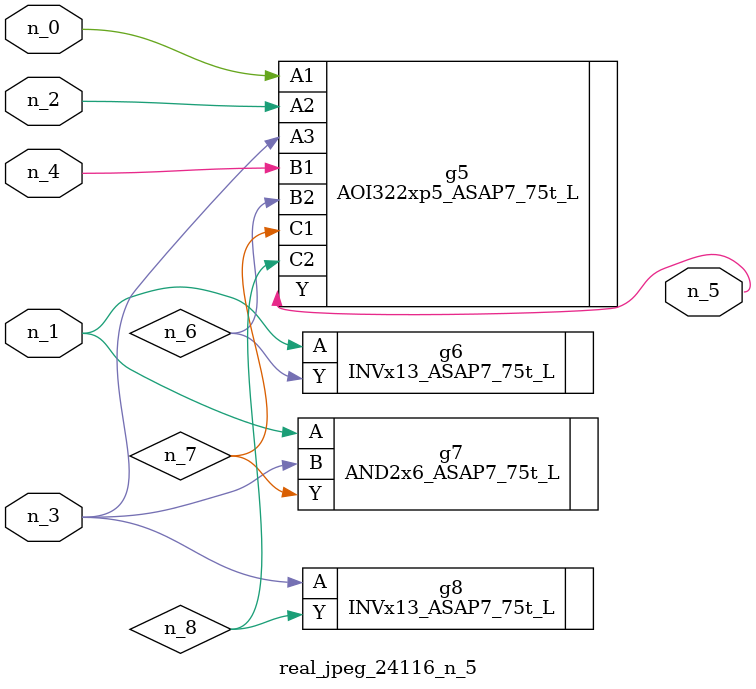
<source format=v>
module real_jpeg_24116_n_5 (n_4, n_0, n_1, n_2, n_3, n_5);

input n_4;
input n_0;
input n_1;
input n_2;
input n_3;

output n_5;

wire n_8;
wire n_6;
wire n_7;

AOI322xp5_ASAP7_75t_L g5 ( 
.A1(n_0),
.A2(n_2),
.A3(n_3),
.B1(n_4),
.B2(n_6),
.C1(n_7),
.C2(n_8),
.Y(n_5)
);

INVx13_ASAP7_75t_L g6 ( 
.A(n_1),
.Y(n_6)
);

AND2x6_ASAP7_75t_L g7 ( 
.A(n_1),
.B(n_3),
.Y(n_7)
);

INVx13_ASAP7_75t_L g8 ( 
.A(n_3),
.Y(n_8)
);


endmodule
</source>
